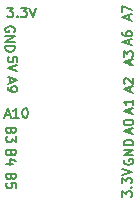
<source format=gto>
G04 #@! TF.FileFunction,Legend,Top*
%FSLAX46Y46*%
G04 Gerber Fmt 4.6, Leading zero omitted, Abs format (unit mm)*
G04 Created by KiCad (PCBNEW 4.0.1-stable) date 2016 March 10, Thursday 22:45:26*
%MOMM*%
G01*
G04 APERTURE LIST*
%ADD10C,0.100000*%
%ADD11C,0.200000*%
G04 APERTURE END LIST*
D10*
D11*
X100033333Y-46871428D02*
X100033333Y-46490476D01*
X100261905Y-46947619D02*
X99461905Y-46680952D01*
X100261905Y-46414285D01*
X99461905Y-46223809D02*
X99461905Y-45690476D01*
X100261905Y-46033333D01*
X100033333Y-48971428D02*
X100033333Y-48590476D01*
X100261905Y-49047619D02*
X99461905Y-48780952D01*
X100261905Y-48514285D01*
X99461905Y-47904762D02*
X99461905Y-48057143D01*
X99500000Y-48133333D01*
X99538095Y-48171428D01*
X99652381Y-48247619D01*
X99804762Y-48285714D01*
X100109524Y-48285714D01*
X100185714Y-48247619D01*
X100223810Y-48209524D01*
X100261905Y-48133333D01*
X100261905Y-47980952D01*
X100223810Y-47904762D01*
X100185714Y-47866666D01*
X100109524Y-47828571D01*
X99919048Y-47828571D01*
X99842857Y-47866666D01*
X99804762Y-47904762D01*
X99766667Y-47980952D01*
X99766667Y-48133333D01*
X99804762Y-48209524D01*
X99842857Y-48247619D01*
X99919048Y-48285714D01*
X100133333Y-50671428D02*
X100133333Y-50290476D01*
X100361905Y-50747619D02*
X99561905Y-50480952D01*
X100361905Y-50214285D01*
X99561905Y-50023809D02*
X99561905Y-49528571D01*
X99866667Y-49795238D01*
X99866667Y-49680952D01*
X99904762Y-49604762D01*
X99942857Y-49566666D01*
X100019048Y-49528571D01*
X100209524Y-49528571D01*
X100285714Y-49566666D01*
X100323810Y-49604762D01*
X100361905Y-49680952D01*
X100361905Y-49909524D01*
X100323810Y-49985714D01*
X100285714Y-50023809D01*
X100133333Y-52971428D02*
X100133333Y-52590476D01*
X100361905Y-53047619D02*
X99561905Y-52780952D01*
X100361905Y-52514285D01*
X99638095Y-52285714D02*
X99600000Y-52247619D01*
X99561905Y-52171428D01*
X99561905Y-51980952D01*
X99600000Y-51904762D01*
X99638095Y-51866666D01*
X99714286Y-51828571D01*
X99790476Y-51828571D01*
X99904762Y-51866666D01*
X100361905Y-52323809D01*
X100361905Y-51828571D01*
X100133333Y-54771428D02*
X100133333Y-54390476D01*
X100361905Y-54847619D02*
X99561905Y-54580952D01*
X100361905Y-54314285D01*
X100361905Y-53628571D02*
X100361905Y-54085714D01*
X100361905Y-53857143D02*
X99561905Y-53857143D01*
X99676190Y-53933333D01*
X99752381Y-54009524D01*
X99790476Y-54085714D01*
X100133333Y-56471428D02*
X100133333Y-56090476D01*
X100361905Y-56547619D02*
X99561905Y-56280952D01*
X100361905Y-56014285D01*
X99561905Y-55595238D02*
X99561905Y-55519047D01*
X99600000Y-55442857D01*
X99638095Y-55404762D01*
X99714286Y-55366666D01*
X99866667Y-55328571D01*
X100057143Y-55328571D01*
X100209524Y-55366666D01*
X100285714Y-55404762D01*
X100323810Y-55442857D01*
X100361905Y-55519047D01*
X100361905Y-55595238D01*
X100323810Y-55671428D01*
X100285714Y-55709524D01*
X100209524Y-55747619D01*
X100057143Y-55785714D01*
X99866667Y-55785714D01*
X99714286Y-55747619D01*
X99638095Y-55709524D01*
X99600000Y-55671428D01*
X99561905Y-55595238D01*
X99600000Y-58709523D02*
X99561905Y-58785714D01*
X99561905Y-58899999D01*
X99600000Y-59014285D01*
X99676190Y-59090476D01*
X99752381Y-59128571D01*
X99904762Y-59166666D01*
X100019048Y-59166666D01*
X100171429Y-59128571D01*
X100247619Y-59090476D01*
X100323810Y-59014285D01*
X100361905Y-58899999D01*
X100361905Y-58823809D01*
X100323810Y-58709523D01*
X100285714Y-58671428D01*
X100019048Y-58671428D01*
X100019048Y-58823809D01*
X100361905Y-58328571D02*
X99561905Y-58328571D01*
X100361905Y-57871428D01*
X99561905Y-57871428D01*
X100361905Y-57490476D02*
X99561905Y-57490476D01*
X99561905Y-57300000D01*
X99600000Y-57185714D01*
X99676190Y-57109523D01*
X99752381Y-57071428D01*
X99904762Y-57033333D01*
X100019048Y-57033333D01*
X100171429Y-57071428D01*
X100247619Y-57109523D01*
X100323810Y-57185714D01*
X100361905Y-57300000D01*
X100361905Y-57490476D01*
X99461905Y-61880952D02*
X99461905Y-61385714D01*
X99766667Y-61652381D01*
X99766667Y-61538095D01*
X99804762Y-61461905D01*
X99842857Y-61423809D01*
X99919048Y-61385714D01*
X100109524Y-61385714D01*
X100185714Y-61423809D01*
X100223810Y-61461905D01*
X100261905Y-61538095D01*
X100261905Y-61766667D01*
X100223810Y-61842857D01*
X100185714Y-61880952D01*
X100185714Y-61042857D02*
X100223810Y-61004762D01*
X100261905Y-61042857D01*
X100223810Y-61080952D01*
X100185714Y-61042857D01*
X100261905Y-61042857D01*
X99461905Y-60738095D02*
X99461905Y-60242857D01*
X99766667Y-60509524D01*
X99766667Y-60395238D01*
X99804762Y-60319048D01*
X99842857Y-60280952D01*
X99919048Y-60242857D01*
X100109524Y-60242857D01*
X100185714Y-60280952D01*
X100223810Y-60319048D01*
X100261905Y-60395238D01*
X100261905Y-60623810D01*
X100223810Y-60700000D01*
X100185714Y-60738095D01*
X99461905Y-60014286D02*
X100261905Y-59747619D01*
X99461905Y-59480952D01*
X90057143Y-60176191D02*
X90019048Y-60290477D01*
X89980952Y-60328572D01*
X89904762Y-60366667D01*
X89790476Y-60366667D01*
X89714286Y-60328572D01*
X89676190Y-60290477D01*
X89638095Y-60214286D01*
X89638095Y-59909524D01*
X90438095Y-59909524D01*
X90438095Y-60176191D01*
X90400000Y-60252381D01*
X90361905Y-60290477D01*
X90285714Y-60328572D01*
X90209524Y-60328572D01*
X90133333Y-60290477D01*
X90095238Y-60252381D01*
X90057143Y-60176191D01*
X90057143Y-59909524D01*
X90438095Y-61090477D02*
X90438095Y-60709524D01*
X90057143Y-60671429D01*
X90095238Y-60709524D01*
X90133333Y-60785715D01*
X90133333Y-60976191D01*
X90095238Y-61052381D01*
X90057143Y-61090477D01*
X89980952Y-61128572D01*
X89790476Y-61128572D01*
X89714286Y-61090477D01*
X89676190Y-61052381D01*
X89638095Y-60976191D01*
X89638095Y-60785715D01*
X89676190Y-60709524D01*
X89714286Y-60671429D01*
X90057143Y-58176191D02*
X90019048Y-58290477D01*
X89980952Y-58328572D01*
X89904762Y-58366667D01*
X89790476Y-58366667D01*
X89714286Y-58328572D01*
X89676190Y-58290477D01*
X89638095Y-58214286D01*
X89638095Y-57909524D01*
X90438095Y-57909524D01*
X90438095Y-58176191D01*
X90400000Y-58252381D01*
X90361905Y-58290477D01*
X90285714Y-58328572D01*
X90209524Y-58328572D01*
X90133333Y-58290477D01*
X90095238Y-58252381D01*
X90057143Y-58176191D01*
X90057143Y-57909524D01*
X90171429Y-59052381D02*
X89638095Y-59052381D01*
X90476190Y-58861905D02*
X89904762Y-58671429D01*
X89904762Y-59166667D01*
X90057143Y-56276191D02*
X90019048Y-56390477D01*
X89980952Y-56428572D01*
X89904762Y-56466667D01*
X89790476Y-56466667D01*
X89714286Y-56428572D01*
X89676190Y-56390477D01*
X89638095Y-56314286D01*
X89638095Y-56009524D01*
X90438095Y-56009524D01*
X90438095Y-56276191D01*
X90400000Y-56352381D01*
X90361905Y-56390477D01*
X90285714Y-56428572D01*
X90209524Y-56428572D01*
X90133333Y-56390477D01*
X90095238Y-56352381D01*
X90057143Y-56276191D01*
X90057143Y-56009524D01*
X90438095Y-56733334D02*
X90438095Y-57228572D01*
X90133333Y-56961905D01*
X90133333Y-57076191D01*
X90095238Y-57152381D01*
X90057143Y-57190477D01*
X89980952Y-57228572D01*
X89790476Y-57228572D01*
X89714286Y-57190477D01*
X89676190Y-57152381D01*
X89638095Y-57076191D01*
X89638095Y-56847619D01*
X89676190Y-56771429D01*
X89714286Y-56733334D01*
X89547619Y-54933333D02*
X89928571Y-54933333D01*
X89471428Y-55161905D02*
X89738095Y-54361905D01*
X90004762Y-55161905D01*
X90690476Y-55161905D02*
X90233333Y-55161905D01*
X90461904Y-55161905D02*
X90461904Y-54361905D01*
X90385714Y-54476190D01*
X90309523Y-54552381D01*
X90233333Y-54590476D01*
X91185714Y-54361905D02*
X91261905Y-54361905D01*
X91338095Y-54400000D01*
X91376190Y-54438095D01*
X91414286Y-54514286D01*
X91452381Y-54666667D01*
X91452381Y-54857143D01*
X91414286Y-55009524D01*
X91376190Y-55085714D01*
X91338095Y-55123810D01*
X91261905Y-55161905D01*
X91185714Y-55161905D01*
X91109524Y-55123810D01*
X91071428Y-55085714D01*
X91033333Y-55009524D01*
X90995238Y-54857143D01*
X90995238Y-54666667D01*
X91033333Y-54514286D01*
X91071428Y-54438095D01*
X91109524Y-54400000D01*
X91185714Y-54361905D01*
X89966667Y-51828572D02*
X89966667Y-52209524D01*
X89738095Y-51752381D02*
X90538095Y-52019048D01*
X89738095Y-52285715D01*
X89738095Y-52590476D02*
X89738095Y-52742857D01*
X89776190Y-52819048D01*
X89814286Y-52857143D01*
X89928571Y-52933334D01*
X90080952Y-52971429D01*
X90385714Y-52971429D01*
X90461905Y-52933334D01*
X90500000Y-52895238D01*
X90538095Y-52819048D01*
X90538095Y-52666667D01*
X90500000Y-52590476D01*
X90461905Y-52552381D01*
X90385714Y-52514286D01*
X90195238Y-52514286D01*
X90119048Y-52552381D01*
X90080952Y-52590476D01*
X90042857Y-52666667D01*
X90042857Y-52819048D01*
X90080952Y-52895238D01*
X90119048Y-52933334D01*
X90195238Y-52971429D01*
X90538095Y-50447620D02*
X90538095Y-50066667D01*
X90157143Y-50028572D01*
X90195238Y-50066667D01*
X90233333Y-50142858D01*
X90233333Y-50333334D01*
X90195238Y-50409524D01*
X90157143Y-50447620D01*
X90080952Y-50485715D01*
X89890476Y-50485715D01*
X89814286Y-50447620D01*
X89776190Y-50409524D01*
X89738095Y-50333334D01*
X89738095Y-50142858D01*
X89776190Y-50066667D01*
X89814286Y-50028572D01*
X90538095Y-50714286D02*
X89738095Y-50980953D01*
X90538095Y-51247620D01*
X90300000Y-47890477D02*
X90338095Y-47814286D01*
X90338095Y-47700001D01*
X90300000Y-47585715D01*
X90223810Y-47509524D01*
X90147619Y-47471429D01*
X89995238Y-47433334D01*
X89880952Y-47433334D01*
X89728571Y-47471429D01*
X89652381Y-47509524D01*
X89576190Y-47585715D01*
X89538095Y-47700001D01*
X89538095Y-47776191D01*
X89576190Y-47890477D01*
X89614286Y-47928572D01*
X89880952Y-47928572D01*
X89880952Y-47776191D01*
X89538095Y-48271429D02*
X90338095Y-48271429D01*
X89538095Y-48728572D01*
X90338095Y-48728572D01*
X89538095Y-49109524D02*
X90338095Y-49109524D01*
X90338095Y-49300000D01*
X90300000Y-49414286D01*
X90223810Y-49490477D01*
X90147619Y-49528572D01*
X89995238Y-49566667D01*
X89880952Y-49566667D01*
X89728571Y-49528572D01*
X89652381Y-49490477D01*
X89576190Y-49414286D01*
X89538095Y-49300000D01*
X89538095Y-49109524D01*
X89719048Y-45861905D02*
X90214286Y-45861905D01*
X89947619Y-46166667D01*
X90061905Y-46166667D01*
X90138095Y-46204762D01*
X90176191Y-46242857D01*
X90214286Y-46319048D01*
X90214286Y-46509524D01*
X90176191Y-46585714D01*
X90138095Y-46623810D01*
X90061905Y-46661905D01*
X89833333Y-46661905D01*
X89757143Y-46623810D01*
X89719048Y-46585714D01*
X90557143Y-46585714D02*
X90595238Y-46623810D01*
X90557143Y-46661905D01*
X90519048Y-46623810D01*
X90557143Y-46585714D01*
X90557143Y-46661905D01*
X90861905Y-45861905D02*
X91357143Y-45861905D01*
X91090476Y-46166667D01*
X91204762Y-46166667D01*
X91280952Y-46204762D01*
X91319048Y-46242857D01*
X91357143Y-46319048D01*
X91357143Y-46509524D01*
X91319048Y-46585714D01*
X91280952Y-46623810D01*
X91204762Y-46661905D01*
X90976190Y-46661905D01*
X90900000Y-46623810D01*
X90861905Y-46585714D01*
X91585714Y-45861905D02*
X91852381Y-46661905D01*
X92119048Y-45861905D01*
M02*

</source>
